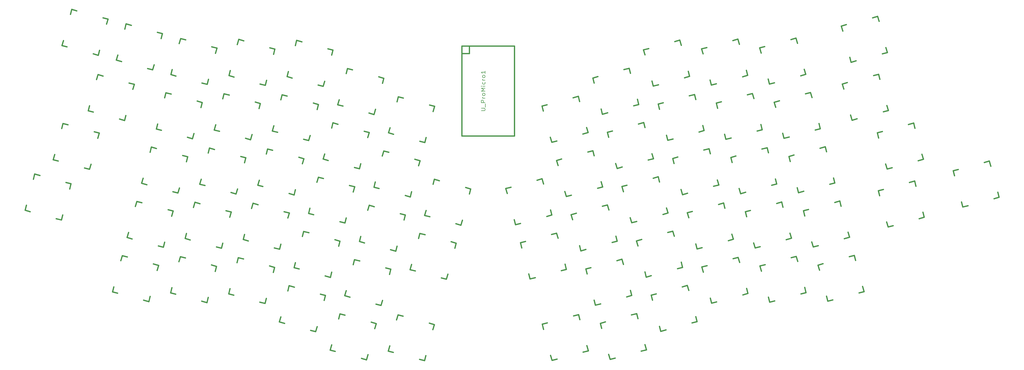
<source format=gto>
G04 #@! TF.FileFunction,Legend,Top*
%FSLAX46Y46*%
G04 Gerber Fmt 4.6, Leading zero omitted, Abs format (unit mm)*
G04 Created by KiCad (PCBNEW 4.0.7) date 09/22/18 11:43:43*
%MOMM*%
%LPD*%
G01*
G04 APERTURE LIST*
%ADD10C,0.100000*%
%ADD11C,0.381000*%
%ADD12C,0.203200*%
G04 APERTURE END LIST*
D10*
D11*
X219705282Y-74560547D02*
X221422698Y-74100367D01*
X230255124Y-71733725D02*
X231972540Y-71273545D01*
X231972540Y-71273545D02*
X232432720Y-72990961D01*
X234799362Y-81823387D02*
X235259542Y-83540803D01*
X235259542Y-83540803D02*
X233542126Y-84000983D01*
X224709700Y-86367625D02*
X222992284Y-86827805D01*
X222992284Y-86827805D02*
X222532104Y-85110389D01*
X220165462Y-76277963D02*
X219705282Y-74560547D01*
X309574747Y-60341101D02*
X311292163Y-59880921D01*
X320124589Y-57514279D02*
X321842005Y-57054099D01*
X321842005Y-57054099D02*
X322302185Y-58771515D01*
X324668827Y-67603941D02*
X325129007Y-69321357D01*
X325129007Y-69321357D02*
X323411591Y-69781537D01*
X314579165Y-72148179D02*
X312861749Y-72608359D01*
X312861749Y-72608359D02*
X312401569Y-70890943D01*
X310034927Y-62058517D02*
X309574747Y-60341101D01*
X-909498Y-61465448D02*
X807918Y-61925628D01*
X9640344Y-64292270D02*
X11357760Y-64752450D01*
X11357760Y-64752450D02*
X10897580Y-66469866D01*
X8530938Y-75302292D02*
X8070758Y-77019708D01*
X8070758Y-77019708D02*
X6353342Y-76559528D01*
X-2479084Y-74192886D02*
X-4196500Y-73732706D01*
X-4196500Y-73732706D02*
X-3736320Y-72015290D01*
X-1369678Y-63182864D02*
X-909498Y-61465448D01*
X244180801Y-18697323D02*
X245898217Y-18237143D01*
X254730643Y-15870501D02*
X256448059Y-15410321D01*
X256448059Y-15410321D02*
X256908239Y-17127737D01*
X259274881Y-25960163D02*
X259735061Y-27677579D01*
X259735061Y-27677579D02*
X258017645Y-28137759D01*
X249185219Y-30504401D02*
X247467803Y-30964581D01*
X247467803Y-30964581D02*
X247007623Y-29247165D01*
X244640981Y-20414739D02*
X244180801Y-18697323D01*
X48383675Y-15507480D02*
X50101091Y-15967660D01*
X58933517Y-18334302D02*
X60650933Y-18794482D01*
X60650933Y-18794482D02*
X60190753Y-20511898D01*
X57824111Y-29344324D02*
X57363931Y-31061740D01*
X57363931Y-31061740D02*
X55646515Y-30601560D01*
X46814089Y-28234918D02*
X45096673Y-27774738D01*
X45096673Y-27774738D02*
X45556853Y-26057322D01*
X47923495Y-17224896D02*
X48383675Y-15507480D01*
X68017187Y-15837761D02*
X69734603Y-16297941D01*
X78567029Y-18664583D02*
X80284445Y-19124763D01*
X80284445Y-19124763D02*
X79824265Y-20842179D01*
X77457623Y-29674605D02*
X76997443Y-31392021D01*
X76997443Y-31392021D02*
X75280027Y-30931841D01*
X66447601Y-28565199D02*
X64730185Y-28105019D01*
X64730185Y-28105019D02*
X65190365Y-26387603D01*
X67557007Y-17555177D02*
X68017187Y-15837761D01*
X87650698Y-16168042D02*
X89368114Y-16628222D01*
X98200540Y-18994864D02*
X99917956Y-19455044D01*
X99917956Y-19455044D02*
X99457776Y-21172460D01*
X97091134Y-30004886D02*
X96630954Y-31722302D01*
X96630954Y-31722302D02*
X94913538Y-31262122D01*
X86081112Y-28895480D02*
X84363696Y-28435300D01*
X84363696Y-28435300D02*
X84823876Y-26717884D01*
X87190518Y-17885458D02*
X87650698Y-16168042D01*
X104818962Y-25698765D02*
X106536378Y-26158945D01*
X115368804Y-28525587D02*
X117086220Y-28985767D01*
X117086220Y-28985767D02*
X116626040Y-30703183D01*
X114259398Y-39535609D02*
X113799218Y-41253025D01*
X113799218Y-41253025D02*
X112081802Y-40792845D01*
X103249376Y-38426203D02*
X101531960Y-37966023D01*
X101531960Y-37966023D02*
X101992140Y-36248607D01*
X104358782Y-27416181D02*
X104818962Y-25698765D01*
X121987223Y-35229491D02*
X123704639Y-35689671D01*
X132537065Y-38056313D02*
X134254481Y-38516493D01*
X134254481Y-38516493D02*
X133794301Y-40233909D01*
X131427659Y-49066335D02*
X130967479Y-50783751D01*
X130967479Y-50783751D02*
X129250063Y-50323571D01*
X120417637Y-47956929D02*
X118700221Y-47496749D01*
X118700221Y-47496749D02*
X119160401Y-45779333D01*
X121527043Y-36946907D02*
X121987223Y-35229491D01*
X170577253Y-38419334D02*
X172294669Y-37959154D01*
X181127095Y-35592512D02*
X182844511Y-35132332D01*
X182844511Y-35132332D02*
X183304691Y-36849748D01*
X185671333Y-45682174D02*
X186131513Y-47399590D01*
X186131513Y-47399590D02*
X184414097Y-47859770D01*
X175581671Y-50226412D02*
X173864255Y-50686592D01*
X173864255Y-50686592D02*
X173404075Y-48969176D01*
X171037433Y-40136750D02*
X170577253Y-38419334D01*
X187745512Y-28888611D02*
X189462928Y-28428431D01*
X198295354Y-26061789D02*
X200012770Y-25601609D01*
X200012770Y-25601609D02*
X200472950Y-27319025D01*
X202839592Y-36151451D02*
X203299772Y-37868867D01*
X203299772Y-37868867D02*
X201582356Y-38329047D01*
X192749930Y-40695689D02*
X191032514Y-41155869D01*
X191032514Y-41155869D02*
X190572334Y-39438453D01*
X188205692Y-30606027D02*
X187745512Y-28888611D01*
X204913776Y-19357886D02*
X206631192Y-18897706D01*
X215463618Y-16531064D02*
X217181034Y-16070884D01*
X217181034Y-16070884D02*
X217641214Y-17788300D01*
X220007856Y-26620726D02*
X220468036Y-28338142D01*
X220468036Y-28338142D02*
X218750620Y-28798322D01*
X209918194Y-31164964D02*
X208200778Y-31625144D01*
X208200778Y-31625144D02*
X207740598Y-29907728D01*
X205373956Y-21075302D02*
X204913776Y-19357886D01*
X224547287Y-19027605D02*
X226264703Y-18567425D01*
X235097129Y-16200783D02*
X236814545Y-15740603D01*
X236814545Y-15740603D02*
X237274725Y-17458019D01*
X239641367Y-26290445D02*
X240101547Y-28007861D01*
X240101547Y-28007861D02*
X238384131Y-28468041D01*
X229551705Y-30834683D02*
X227834289Y-31294863D01*
X227834289Y-31294863D02*
X227374109Y-29577447D01*
X225007467Y-20745021D02*
X224547287Y-19027605D01*
X38522667Y-52309253D02*
X40240083Y-52769433D01*
X49072509Y-55136075D02*
X50789925Y-55596255D01*
X50789925Y-55596255D02*
X50329745Y-57313671D01*
X47963103Y-66146097D02*
X47502923Y-67863513D01*
X47502923Y-67863513D02*
X45785507Y-67403333D01*
X36953081Y-65036691D02*
X35235665Y-64576511D01*
X35235665Y-64576511D02*
X35695845Y-62859095D01*
X38062487Y-54026669D02*
X38522667Y-52309253D01*
X85096951Y-99302313D02*
X86814367Y-99762493D01*
X95646793Y-102129135D02*
X97364209Y-102589315D01*
X97364209Y-102589315D02*
X96904029Y-104306731D01*
X94537387Y-113139157D02*
X94077207Y-114856573D01*
X94077207Y-114856573D02*
X92359791Y-114396393D01*
X83527365Y-112029751D02*
X81809949Y-111569571D01*
X81809949Y-111569571D02*
X82270129Y-109852155D01*
X84636771Y-101019729D02*
X85096951Y-99302313D01*
X107195713Y-90432152D02*
X108913129Y-90892332D01*
X117745555Y-93258974D02*
X119462971Y-93719154D01*
X119462971Y-93719154D02*
X119002791Y-95436570D01*
X116636149Y-104268996D02*
X116175969Y-105986412D01*
X116175969Y-105986412D02*
X114458553Y-105526232D01*
X105626127Y-103159590D02*
X103908711Y-102699410D01*
X103908711Y-102699410D02*
X104368891Y-100981994D01*
X106735533Y-92149568D02*
X107195713Y-90432152D01*
X271782131Y-11301572D02*
X273499547Y-10841392D01*
X282331973Y-8474750D02*
X284049389Y-8014570D01*
X284049389Y-8014570D02*
X284509569Y-9731986D01*
X286876211Y-18564412D02*
X287336391Y-20281828D01*
X287336391Y-20281828D02*
X285618975Y-20742008D01*
X276786549Y-23108650D02*
X275069133Y-23568830D01*
X275069133Y-23568830D02*
X274608953Y-21851414D01*
X272242311Y-13018988D02*
X271782131Y-11301572D01*
X72859191Y-71370702D02*
X74576607Y-71830882D01*
X83409033Y-74197524D02*
X85126449Y-74657704D01*
X85126449Y-74657704D02*
X84666269Y-76375120D01*
X82299627Y-85207546D02*
X81839447Y-86924962D01*
X81839447Y-86924962D02*
X80122031Y-86464782D01*
X71289605Y-84098140D02*
X69572189Y-83637960D01*
X69572189Y-83637960D02*
X70032369Y-81920544D01*
X72399011Y-73088118D02*
X72859191Y-71370702D01*
X254041807Y-55499099D02*
X255759223Y-55038919D01*
X264591649Y-52672277D02*
X266309065Y-52212097D01*
X266309065Y-52212097D02*
X266769245Y-53929513D01*
X269135887Y-62761939D02*
X269596067Y-64479355D01*
X269596067Y-64479355D02*
X267878651Y-64939535D01*
X259046225Y-67306177D02*
X257328809Y-67766357D01*
X257328809Y-67766357D02*
X256868629Y-66048941D01*
X254501987Y-57216515D02*
X254041807Y-55499099D01*
X48295175Y-89441308D02*
X50012591Y-89901488D01*
X58845017Y-92268130D02*
X60562433Y-92728310D01*
X60562433Y-92728310D02*
X60102253Y-94445726D01*
X57735611Y-103278152D02*
X57275431Y-104995568D01*
X57275431Y-104995568D02*
X55558015Y-104535388D01*
X46725589Y-102168746D02*
X45008173Y-101708566D01*
X45008173Y-101708566D02*
X45468353Y-99991150D01*
X47834995Y-91158724D02*
X48295175Y-89441308D01*
X77789693Y-52969816D02*
X79507109Y-53429996D01*
X88339535Y-55796638D02*
X90056951Y-56256818D01*
X90056951Y-56256818D02*
X89596771Y-57974234D01*
X87230129Y-66806660D02*
X86769949Y-68524076D01*
X86769949Y-68524076D02*
X85052533Y-68063896D01*
X76220107Y-65697254D02*
X74502691Y-65237074D01*
X74502691Y-65237074D02*
X74962871Y-63519658D01*
X77329513Y-54687232D02*
X77789693Y-52969816D01*
X11581901Y-5646474D02*
X13299317Y-6106654D01*
X22131743Y-8473296D02*
X23849159Y-8933476D01*
X23849159Y-8933476D02*
X23388979Y-10650892D01*
X21022337Y-19483318D02*
X20562157Y-21200734D01*
X20562157Y-21200734D02*
X18844741Y-20740554D01*
X10012315Y-18373912D02*
X8294899Y-17913732D01*
X8294899Y-17913732D02*
X8755079Y-16196316D01*
X11121721Y-7363890D02*
X11581901Y-5646474D01*
X224635785Y-92961435D02*
X226353201Y-92501255D01*
X235185627Y-90134613D02*
X236903043Y-89674433D01*
X236903043Y-89674433D02*
X237363223Y-91391849D01*
X239729865Y-100224275D02*
X240190045Y-101941691D01*
X240190045Y-101941691D02*
X238472629Y-102401871D01*
X229640203Y-104768513D02*
X227922787Y-105228693D01*
X227922787Y-105228693D02*
X227462607Y-103511277D01*
X225095965Y-94678851D02*
X224635785Y-92961435D01*
X82720196Y-34568928D02*
X84437612Y-35029108D01*
X93270038Y-37395750D02*
X94987454Y-37855930D01*
X94987454Y-37855930D02*
X94527274Y-39573346D01*
X92160632Y-48405772D02*
X91700452Y-50123188D01*
X91700452Y-50123188D02*
X89983036Y-49663008D01*
X81150610Y-47296366D02*
X79433194Y-46836186D01*
X79433194Y-46836186D02*
X79893374Y-45118770D01*
X82260016Y-36286344D02*
X82720196Y-34568928D01*
X182933010Y-109066162D02*
X183393190Y-110783578D01*
X185759832Y-119616004D02*
X186220012Y-121333420D01*
X186220012Y-121333420D02*
X184502596Y-121793600D01*
X175670170Y-124160242D02*
X173952754Y-124620422D01*
X173952754Y-124620422D02*
X173492574Y-122903006D01*
X171125932Y-114070580D02*
X170665752Y-112353164D01*
X170665752Y-112353164D02*
X172383168Y-111892984D01*
X181215594Y-109526342D02*
X182933010Y-109066162D01*
X283943247Y-47487031D02*
X285660663Y-47026851D01*
X294493089Y-44660209D02*
X296210505Y-44200029D01*
X296210505Y-44200029D02*
X296670685Y-45917445D01*
X299037327Y-54749871D02*
X299497507Y-56467287D01*
X299497507Y-56467287D02*
X297780091Y-56927467D01*
X288947665Y-59294109D02*
X287230249Y-59754289D01*
X287230249Y-59754289D02*
X286770069Y-58036873D01*
X284403427Y-49204447D02*
X283943247Y-47487031D01*
X29982787Y-10576977D02*
X31700203Y-11037157D01*
X40532629Y-13403799D02*
X42250045Y-13863979D01*
X42250045Y-13863979D02*
X41789865Y-15581395D01*
X39423223Y-24413821D02*
X38963043Y-26131237D01*
X38963043Y-26131237D02*
X37245627Y-25671057D01*
X28413201Y-23304415D02*
X26695785Y-22844235D01*
X26695785Y-22844235D02*
X27155965Y-21126819D01*
X29522607Y-12294393D02*
X29982787Y-10576977D01*
X94957956Y-62500541D02*
X96675372Y-62960721D01*
X105507798Y-65327363D02*
X107225214Y-65787543D01*
X107225214Y-65787543D02*
X106765034Y-67504959D01*
X104398392Y-76337385D02*
X103938212Y-78054801D01*
X103938212Y-78054801D02*
X102220796Y-77594621D01*
X93388370Y-75227979D02*
X91670954Y-74767799D01*
X91670954Y-74767799D02*
X92131134Y-73050383D01*
X94497776Y-64217957D02*
X94957956Y-62500541D01*
X112126215Y-72031265D02*
X113843631Y-72491445D01*
X122676057Y-74858087D02*
X124393473Y-75318267D01*
X124393473Y-75318267D02*
X123933293Y-77035683D01*
X121566651Y-85868109D02*
X121106471Y-87585525D01*
X121106471Y-87585525D02*
X119389055Y-87125345D01*
X110556629Y-84758703D02*
X108839213Y-84298523D01*
X108839213Y-84298523D02*
X109299393Y-82581107D01*
X111666035Y-73748681D02*
X112126215Y-72031265D01*
X180438259Y-75221109D02*
X182155675Y-74760929D01*
X190988101Y-72394287D02*
X192705517Y-71934107D01*
X192705517Y-71934107D02*
X193165697Y-73651523D01*
X195532339Y-82483949D02*
X195992519Y-84201365D01*
X195992519Y-84201365D02*
X194275103Y-84661545D01*
X185442677Y-87028187D02*
X183725261Y-87488367D01*
X183725261Y-87488367D02*
X183265081Y-85770951D01*
X180898439Y-76938525D02*
X180438259Y-75221109D01*
X209844278Y-37758774D02*
X211561694Y-37298594D01*
X220394120Y-34931952D02*
X222111536Y-34471772D01*
X222111536Y-34471772D02*
X222571716Y-36189188D01*
X224938358Y-45021614D02*
X225398538Y-46739030D01*
X225398538Y-46739030D02*
X223681122Y-47199210D01*
X214848696Y-49565852D02*
X213131280Y-50026032D01*
X213131280Y-50026032D02*
X212671100Y-48308616D01*
X210304458Y-39476190D02*
X209844278Y-37758774D01*
X197606519Y-65690385D02*
X199323935Y-65230205D01*
X208156361Y-62863563D02*
X209873777Y-62403383D01*
X209873777Y-62403383D02*
X210333957Y-64120799D01*
X212700599Y-72953225D02*
X213160779Y-74670641D01*
X213160779Y-74670641D02*
X211443363Y-75130821D01*
X202610937Y-77497463D02*
X200893521Y-77957643D01*
X200893521Y-77957643D02*
X200433341Y-76240227D01*
X198066699Y-67407801D02*
X197606519Y-65690385D01*
X214774779Y-56159660D02*
X216492195Y-55699480D01*
X225324621Y-53332838D02*
X227042037Y-52872658D01*
X227042037Y-52872658D02*
X227502217Y-54590074D01*
X229868859Y-63422500D02*
X230329039Y-65139916D01*
X230329039Y-65139916D02*
X228611623Y-65600096D01*
X219779197Y-67966738D02*
X218061781Y-68426918D01*
X218061781Y-68426918D02*
X217601601Y-66709502D01*
X215234959Y-57877076D02*
X214774779Y-56159660D01*
X234408293Y-55829379D02*
X236125709Y-55369199D01*
X244958135Y-53002557D02*
X246675551Y-52542377D01*
X246675551Y-52542377D02*
X247135731Y-54259793D01*
X249502373Y-63092219D02*
X249962553Y-64809635D01*
X249962553Y-64809635D02*
X248245137Y-65269815D01*
X239412711Y-67636457D02*
X237695295Y-68096637D01*
X237695295Y-68096637D02*
X237235115Y-66379221D01*
X234868473Y-57546795D02*
X234408293Y-55829379D01*
X134193872Y-63215870D02*
X135911288Y-63676050D01*
X144743714Y-66042692D02*
X146461130Y-66502872D01*
X146461130Y-66502872D02*
X146000950Y-68220288D01*
X143634308Y-77052714D02*
X143174128Y-78770130D01*
X143174128Y-78770130D02*
X141456712Y-78309950D01*
X132624286Y-75943308D02*
X130906870Y-75483128D01*
X130906870Y-75483128D02*
X131367050Y-73765712D01*
X133733692Y-64933286D02*
X134193872Y-63215870D01*
X207467525Y-102492160D02*
X209184941Y-102031980D01*
X218017367Y-99665338D02*
X219734783Y-99205158D01*
X219734783Y-99205158D02*
X220194963Y-100922574D01*
X222561605Y-109755000D02*
X223021785Y-111472416D01*
X223021785Y-111472416D02*
X221304369Y-111932596D01*
X212471943Y-114299238D02*
X210754527Y-114759418D01*
X210754527Y-114759418D02*
X210294347Y-113042002D01*
X207927705Y-104209576D02*
X207467525Y-102492160D01*
X28661663Y-89111028D02*
X30379079Y-89571208D01*
X39211505Y-91937850D02*
X40928921Y-92398030D01*
X40928921Y-92398030D02*
X40468741Y-94115446D01*
X38102099Y-102947872D02*
X37641919Y-104665288D01*
X37641919Y-104665288D02*
X35924503Y-104205108D01*
X27092077Y-101838466D02*
X25374661Y-101378286D01*
X25374661Y-101378286D02*
X25834841Y-99660870D01*
X28201483Y-90828444D02*
X28661663Y-89111028D01*
X102265212Y-108833038D02*
X103982628Y-109293218D01*
X112815054Y-111659860D02*
X114532470Y-112120040D01*
X114532470Y-112120040D02*
X114072290Y-113837456D01*
X111705648Y-122669882D02*
X111245468Y-124387298D01*
X111245468Y-124387298D02*
X109528052Y-123927118D01*
X100695626Y-121560476D02*
X98978210Y-121100296D01*
X98978210Y-121100296D02*
X99438390Y-119382880D01*
X101805032Y-110550454D02*
X102265212Y-108833038D01*
X202537021Y-84091273D02*
X204254437Y-83631093D01*
X213086863Y-81264451D02*
X214804279Y-80804271D01*
X214804279Y-80804271D02*
X215264459Y-82521687D01*
X217631101Y-91354113D02*
X218091281Y-93071529D01*
X218091281Y-93071529D02*
X216373865Y-93531709D01*
X207541439Y-95898351D02*
X205824023Y-96358531D01*
X205824023Y-96358531D02*
X205363843Y-94641115D01*
X202997201Y-85808689D02*
X202537021Y-84091273D01*
X185368762Y-93621996D02*
X187086178Y-93161816D01*
X195918604Y-90795174D02*
X197636020Y-90334994D01*
X197636020Y-90334994D02*
X198096200Y-92052410D01*
X200462842Y-100884836D02*
X200923022Y-102602252D01*
X200923022Y-102602252D02*
X199205606Y-103062432D01*
X190373180Y-105429074D02*
X188655764Y-105889254D01*
X188655764Y-105889254D02*
X188195584Y-104171838D01*
X185828942Y-95339412D02*
X185368762Y-93621996D01*
X8621227Y-44297186D02*
X10338643Y-44757366D01*
X19171069Y-47124008D02*
X20888485Y-47584188D01*
X20888485Y-47584188D02*
X20428305Y-49301604D01*
X18061663Y-58134030D02*
X17601483Y-59851446D01*
X17601483Y-59851446D02*
X15884067Y-59391266D01*
X7051641Y-57024624D02*
X5334225Y-56564444D01*
X5334225Y-56564444D02*
X5794405Y-54847028D01*
X8161047Y-46014602D02*
X8621227Y-44297186D01*
X229477790Y-37428493D02*
X231195206Y-36968313D01*
X240027632Y-34601671D02*
X241745048Y-34141491D01*
X241745048Y-34141491D02*
X242205228Y-35858907D01*
X244571870Y-44691333D02*
X245032050Y-46408749D01*
X245032050Y-46408749D02*
X243314634Y-46868929D01*
X234482208Y-49235571D02*
X232764792Y-49695751D01*
X232764792Y-49695751D02*
X232304612Y-47978335D01*
X229937970Y-39145909D02*
X229477790Y-37428493D01*
X249111303Y-37098211D02*
X250828719Y-36638031D01*
X259661145Y-34271389D02*
X261378561Y-33811209D01*
X261378561Y-33811209D02*
X261838741Y-35528625D01*
X264205383Y-44361051D02*
X264665563Y-46078467D01*
X264665563Y-46078467D02*
X262948147Y-46538647D01*
X254115721Y-48905289D02*
X252398305Y-49365469D01*
X252398305Y-49365469D02*
X251938125Y-47648053D01*
X249571483Y-38815627D02*
X249111303Y-37098211D01*
X239338797Y-74230266D02*
X241056213Y-73770086D01*
X249888639Y-71403444D02*
X251606055Y-70943264D01*
X251606055Y-70943264D02*
X252066235Y-72660680D01*
X254432877Y-81493106D02*
X254893057Y-83210522D01*
X254893057Y-83210522D02*
X253175641Y-83670702D01*
X244343215Y-86037344D02*
X242625799Y-86497524D01*
X242625799Y-86497524D02*
X242165619Y-84780108D01*
X239798977Y-75947682D02*
X239338797Y-74230266D01*
X129294478Y-81561989D02*
X131011894Y-82022169D01*
X139844320Y-84388811D02*
X141561736Y-84848991D01*
X141561736Y-84848991D02*
X141101556Y-86566407D01*
X138734914Y-95398833D02*
X138274734Y-97116249D01*
X138274734Y-97116249D02*
X136557318Y-96656069D01*
X127724892Y-94289427D02*
X126007476Y-93829247D01*
X126007476Y-93829247D02*
X126467656Y-92111831D01*
X128834298Y-83279405D02*
X129294478Y-81561989D01*
X163269996Y-84751834D02*
X164987412Y-84291654D01*
X173819838Y-81925012D02*
X175537254Y-81464832D01*
X175537254Y-81464832D02*
X175997434Y-83182248D01*
X178364076Y-92014674D02*
X178824256Y-93732090D01*
X178824256Y-93732090D02*
X177106840Y-94192270D01*
X168274414Y-96558912D02*
X166556998Y-97019092D01*
X166556998Y-97019092D02*
X166096818Y-95301676D01*
X163730176Y-86469250D02*
X163269996Y-84751834D01*
X272112413Y-30935082D02*
X273829829Y-30474902D01*
X282662255Y-28108260D02*
X284379671Y-27648080D01*
X284379671Y-27648080D02*
X284839851Y-29365496D01*
X287206493Y-38197922D02*
X287666673Y-39915338D01*
X287666673Y-39915338D02*
X285949257Y-40375518D01*
X277116831Y-42742160D02*
X275399415Y-43202340D01*
X275399415Y-43202340D02*
X274939235Y-41484924D01*
X272572593Y-32652498D02*
X272112413Y-30935082D01*
X43453172Y-33908367D02*
X45170588Y-34368547D01*
X54003014Y-36735189D02*
X55720430Y-37195369D01*
X55720430Y-37195369D02*
X55260250Y-38912785D01*
X52893608Y-47745211D02*
X52433428Y-49462627D01*
X52433428Y-49462627D02*
X50716012Y-49002447D01*
X41883586Y-46635805D02*
X40166170Y-46175625D01*
X40166170Y-46175625D02*
X40626350Y-44458209D01*
X42992992Y-35625783D02*
X43453172Y-33908367D01*
X99888458Y-44099653D02*
X101605874Y-44559833D01*
X110438300Y-46926475D02*
X112155716Y-47386655D01*
X112155716Y-47386655D02*
X111695536Y-49104071D01*
X109328894Y-57936497D02*
X108868714Y-59653913D01*
X108868714Y-59653913D02*
X107151298Y-59193733D01*
X98318872Y-56827091D02*
X96601456Y-56366911D01*
X96601456Y-56366911D02*
X97061636Y-54649495D01*
X99428278Y-45817069D02*
X99888458Y-44099653D01*
X190299262Y-112022883D02*
X192016678Y-111562703D01*
X200849104Y-109196061D02*
X202566520Y-108735881D01*
X202566520Y-108735881D02*
X203026700Y-110453297D01*
X205393342Y-119285723D02*
X205853522Y-121003139D01*
X205853522Y-121003139D02*
X204136106Y-121463319D01*
X195303680Y-123829961D02*
X193586264Y-124290141D01*
X193586264Y-124290141D02*
X193126084Y-122572725D01*
X190759442Y-113740299D02*
X190299262Y-112022883D01*
X158339494Y-66350947D02*
X160056910Y-65890767D01*
X168889336Y-63524125D02*
X170606752Y-63063945D01*
X170606752Y-63063945D02*
X171066932Y-64781361D01*
X173433574Y-73613787D02*
X173893754Y-75331203D01*
X173893754Y-75331203D02*
X172176338Y-75791383D01*
X163343912Y-78158025D02*
X161626496Y-78618205D01*
X161626496Y-78618205D02*
X161166316Y-76900789D01*
X158799674Y-68068363D02*
X158339494Y-66350947D01*
X263902810Y-92300872D02*
X265620226Y-91840692D01*
X274452652Y-89474050D02*
X276170068Y-89013870D01*
X276170068Y-89013870D02*
X276630248Y-90731286D01*
X278996890Y-99563712D02*
X279457070Y-101281128D01*
X279457070Y-101281128D02*
X277739654Y-101741308D01*
X268907228Y-104107950D02*
X267189812Y-104568130D01*
X267189812Y-104568130D02*
X266729632Y-102850714D01*
X264362990Y-94018288D02*
X263902810Y-92300872D01*
X284273528Y-67120544D02*
X285990944Y-66660364D01*
X294823370Y-64293722D02*
X296540786Y-63833542D01*
X296540786Y-63833542D02*
X297000966Y-65550958D01*
X299367608Y-74383384D02*
X299827788Y-76100800D01*
X299827788Y-76100800D02*
X298110372Y-76560980D01*
X289277946Y-78927622D02*
X287560530Y-79387802D01*
X287560530Y-79387802D02*
X287100350Y-77670386D01*
X284733708Y-68837960D02*
X284273528Y-67120544D01*
X58156181Y-52639535D02*
X59873597Y-53099715D01*
X68706023Y-55466357D02*
X70423439Y-55926537D01*
X70423439Y-55926537D02*
X69963259Y-57643953D01*
X67596617Y-66476379D02*
X67136437Y-68193795D01*
X67136437Y-68193795D02*
X65419021Y-67733615D01*
X56586595Y-65366973D02*
X54869179Y-64906793D01*
X54869179Y-64906793D02*
X55329359Y-63189377D01*
X57696001Y-54356951D02*
X58156181Y-52639535D01*
X258972307Y-73899984D02*
X260689723Y-73439804D01*
X269522149Y-71073162D02*
X271239565Y-70612982D01*
X271239565Y-70612982D02*
X271699745Y-72330398D01*
X274066387Y-81162824D02*
X274526567Y-82880240D01*
X274526567Y-82880240D02*
X272809151Y-83340420D01*
X263976725Y-85707062D02*
X262259309Y-86167242D01*
X262259309Y-86167242D02*
X261799129Y-84449826D01*
X259432487Y-75617400D02*
X258972307Y-73899984D01*
X118611721Y-121430578D02*
X119071901Y-119713162D01*
X121438543Y-110880736D02*
X121898723Y-109163320D01*
X121898723Y-109163320D02*
X123616139Y-109623500D01*
X132448565Y-111990142D02*
X134165981Y-112450322D01*
X134165981Y-112450322D02*
X133705801Y-114167738D01*
X131339159Y-123000164D02*
X130878979Y-124717580D01*
X130878979Y-124717580D02*
X129161563Y-124257400D01*
X120329137Y-121890758D02*
X118611721Y-121430578D01*
X117056720Y-53630378D02*
X118774136Y-54090558D01*
X127606562Y-56457200D02*
X129323978Y-56917380D01*
X129323978Y-56917380D02*
X128863798Y-58634796D01*
X126497156Y-67467222D02*
X126036976Y-69184638D01*
X126036976Y-69184638D02*
X124319560Y-68724458D01*
X115487134Y-66357816D02*
X113769718Y-65897636D01*
X113769718Y-65897636D02*
X114229898Y-64180220D01*
X116596540Y-55347794D02*
X117056720Y-53630378D01*
X20452064Y-27745237D02*
X22169480Y-28205417D01*
X31001906Y-30572059D02*
X32719322Y-31032239D01*
X32719322Y-31032239D02*
X32259142Y-32749655D01*
X29892500Y-41582081D02*
X29432320Y-43299497D01*
X29432320Y-43299497D02*
X27714904Y-42839317D01*
X18882478Y-40472675D02*
X17165062Y-40012495D01*
X17165062Y-40012495D02*
X17625242Y-38295079D01*
X19991884Y-29462653D02*
X20452064Y-27745237D01*
X192676016Y-47289498D02*
X194393432Y-46829318D01*
X203225858Y-44462676D02*
X204943274Y-44002496D01*
X204943274Y-44002496D02*
X205403454Y-45719912D01*
X207770096Y-54552338D02*
X208230276Y-56269754D01*
X208230276Y-56269754D02*
X206512860Y-56729934D01*
X197680434Y-59096576D02*
X195963018Y-59556756D01*
X195963018Y-59556756D02*
X195502838Y-57839340D01*
X193136196Y-49006914D02*
X192676016Y-47289498D01*
X244269300Y-92631154D02*
X245986716Y-92170974D01*
X254819142Y-89804332D02*
X256536558Y-89344152D01*
X256536558Y-89344152D02*
X256996738Y-91061568D01*
X259363380Y-99893994D02*
X259823560Y-101611410D01*
X259823560Y-101611410D02*
X258106144Y-102071590D01*
X249273718Y-104438232D02*
X247556302Y-104898412D01*
X247556302Y-104898412D02*
X247096122Y-103180996D01*
X244729480Y-94348570D02*
X244269300Y-92631154D01*
X90027453Y-80901426D02*
X91744869Y-81361606D01*
X100577295Y-83728248D02*
X102294711Y-84188428D01*
X102294711Y-84188428D02*
X101834531Y-85905844D01*
X99467889Y-94738270D02*
X99007709Y-96455686D01*
X99007709Y-96455686D02*
X97290293Y-95995506D01*
X88457867Y-93628864D02*
X86740451Y-93168684D01*
X86740451Y-93168684D02*
X87200631Y-91451268D01*
X89567273Y-82618842D02*
X90027453Y-80901426D01*
X63086684Y-34238647D02*
X64804100Y-34698827D01*
X73636526Y-37065469D02*
X75353942Y-37525649D01*
X75353942Y-37525649D02*
X74893762Y-39243065D01*
X72527120Y-48075491D02*
X72066940Y-49792907D01*
X72066940Y-49792907D02*
X70349524Y-49332727D01*
X61517098Y-46966085D02*
X59799682Y-46505905D01*
X59799682Y-46505905D02*
X60259862Y-44788489D01*
X62626504Y-35956063D02*
X63086684Y-34238647D01*
X67928688Y-89771590D02*
X69646104Y-90231770D01*
X78478530Y-92598412D02*
X80195946Y-93058592D01*
X80195946Y-93058592D02*
X79735766Y-94776008D01*
X77369124Y-103608434D02*
X76908944Y-105325850D01*
X76908944Y-105325850D02*
X75191528Y-104865670D01*
X66359102Y-102499028D02*
X64641686Y-102038848D01*
X64641686Y-102038848D02*
X65101866Y-100321432D01*
X67468508Y-91489006D02*
X67928688Y-89771590D01*
X53225677Y-71040421D02*
X54943093Y-71500601D01*
X63775519Y-73867243D02*
X65492935Y-74327423D01*
X65492935Y-74327423D02*
X65032755Y-76044839D01*
X62666113Y-84877265D02*
X62205933Y-86594681D01*
X62205933Y-86594681D02*
X60488517Y-86134501D01*
X51656091Y-83767859D02*
X49938675Y-83307679D01*
X49938675Y-83307679D02*
X50398855Y-81590263D01*
X52765497Y-72757837D02*
X53225677Y-71040421D01*
X175507755Y-56820222D02*
X177225171Y-56360042D01*
X186057597Y-53993400D02*
X187775013Y-53533220D01*
X187775013Y-53533220D02*
X188235193Y-55250636D01*
X190601835Y-64083062D02*
X191062015Y-65800478D01*
X191062015Y-65800478D02*
X189344599Y-66260658D01*
X180512173Y-68627300D02*
X178794757Y-69087480D01*
X178794757Y-69087480D02*
X178334577Y-67370064D01*
X175967935Y-58537638D02*
X175507755Y-56820222D01*
X33592166Y-70710141D02*
X35309582Y-71170321D01*
X44142008Y-73536963D02*
X45859424Y-73997143D01*
X45859424Y-73997143D02*
X45399244Y-75714559D01*
X43032602Y-84546985D02*
X42572422Y-86264401D01*
X42572422Y-86264401D02*
X40855006Y-85804221D01*
X32022580Y-83437579D02*
X30305164Y-82977399D01*
X30305164Y-82977399D02*
X30765344Y-81259983D01*
X33131986Y-72427557D02*
X33592166Y-70710141D01*
X161290000Y-18097500D02*
X143510000Y-18097500D01*
X143510000Y-18097500D02*
X143510000Y-48577500D01*
X143510000Y-48577500D02*
X161290000Y-48577500D01*
X161290000Y-48577500D02*
X161290000Y-18097500D01*
X146050000Y-18097500D02*
X146050000Y-20637500D01*
X146050000Y-20637500D02*
X143510000Y-20637500D01*
D12*
X150079524Y-40050357D02*
X151107619Y-40050357D01*
X151228571Y-39977785D01*
X151289048Y-39905214D01*
X151349524Y-39760071D01*
X151349524Y-39469785D01*
X151289048Y-39324643D01*
X151228571Y-39252071D01*
X151107619Y-39179500D01*
X150079524Y-39179500D01*
X151470476Y-38816643D02*
X151470476Y-37655500D01*
X151349524Y-37292643D02*
X150079524Y-37292643D01*
X150079524Y-36712071D01*
X150140000Y-36566929D01*
X150200476Y-36494357D01*
X150321429Y-36421786D01*
X150502857Y-36421786D01*
X150623810Y-36494357D01*
X150684286Y-36566929D01*
X150744762Y-36712071D01*
X150744762Y-37292643D01*
X151349524Y-35768643D02*
X150502857Y-35768643D01*
X150744762Y-35768643D02*
X150623810Y-35696071D01*
X150563333Y-35623500D01*
X150502857Y-35478357D01*
X150502857Y-35333214D01*
X151349524Y-34607500D02*
X151289048Y-34752642D01*
X151228571Y-34825214D01*
X151107619Y-34897785D01*
X150744762Y-34897785D01*
X150623810Y-34825214D01*
X150563333Y-34752642D01*
X150502857Y-34607500D01*
X150502857Y-34389785D01*
X150563333Y-34244642D01*
X150623810Y-34172071D01*
X150744762Y-34099500D01*
X151107619Y-34099500D01*
X151228571Y-34172071D01*
X151289048Y-34244642D01*
X151349524Y-34389785D01*
X151349524Y-34607500D01*
X151349524Y-33446357D02*
X150079524Y-33446357D01*
X150986667Y-32938357D01*
X150079524Y-32430357D01*
X151349524Y-32430357D01*
X151349524Y-31704643D02*
X150502857Y-31704643D01*
X150079524Y-31704643D02*
X150140000Y-31777214D01*
X150200476Y-31704643D01*
X150140000Y-31632071D01*
X150079524Y-31704643D01*
X150200476Y-31704643D01*
X151289048Y-30325786D02*
X151349524Y-30470929D01*
X151349524Y-30761215D01*
X151289048Y-30906357D01*
X151228571Y-30978929D01*
X151107619Y-31051500D01*
X150744762Y-31051500D01*
X150623810Y-30978929D01*
X150563333Y-30906357D01*
X150502857Y-30761215D01*
X150502857Y-30470929D01*
X150563333Y-30325786D01*
X151349524Y-29672643D02*
X150502857Y-29672643D01*
X150744762Y-29672643D02*
X150623810Y-29600071D01*
X150563333Y-29527500D01*
X150502857Y-29382357D01*
X150502857Y-29237214D01*
X151349524Y-28511500D02*
X151289048Y-28656642D01*
X151228571Y-28729214D01*
X151107619Y-28801785D01*
X150744762Y-28801785D01*
X150623810Y-28729214D01*
X150563333Y-28656642D01*
X150502857Y-28511500D01*
X150502857Y-28293785D01*
X150563333Y-28148642D01*
X150623810Y-28076071D01*
X150744762Y-28003500D01*
X151107619Y-28003500D01*
X151228571Y-28076071D01*
X151289048Y-28148642D01*
X151349524Y-28293785D01*
X151349524Y-28511500D01*
X151349524Y-26552071D02*
X151349524Y-27422928D01*
X151349524Y-26987500D02*
X150079524Y-26987500D01*
X150260952Y-27132643D01*
X150381905Y-27277785D01*
X150442381Y-27422928D01*
M02*

</source>
